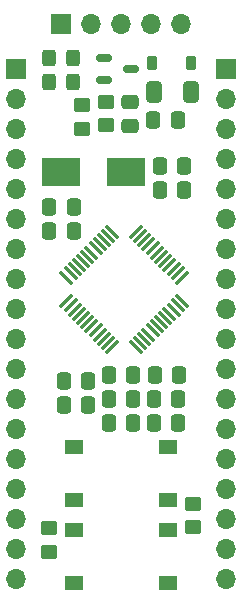
<source format=gbr>
%TF.GenerationSoftware,KiCad,Pcbnew,8.0.2*%
%TF.CreationDate,2024-07-28T15:43:25-06:00*%
%TF.ProjectId,stm32_devboard,73746d33-325f-4646-9576-626f6172642e,rev?*%
%TF.SameCoordinates,Original*%
%TF.FileFunction,Soldermask,Top*%
%TF.FilePolarity,Negative*%
%FSLAX46Y46*%
G04 Gerber Fmt 4.6, Leading zero omitted, Abs format (unit mm)*
G04 Created by KiCad (PCBNEW 8.0.2) date 2024-07-28 15:43:25*
%MOMM*%
%LPD*%
G01*
G04 APERTURE LIST*
G04 Aperture macros list*
%AMRoundRect*
0 Rectangle with rounded corners*
0 $1 Rounding radius*
0 $2 $3 $4 $5 $6 $7 $8 $9 X,Y pos of 4 corners*
0 Add a 4 corners polygon primitive as box body*
4,1,4,$2,$3,$4,$5,$6,$7,$8,$9,$2,$3,0*
0 Add four circle primitives for the rounded corners*
1,1,$1+$1,$2,$3*
1,1,$1+$1,$4,$5*
1,1,$1+$1,$6,$7*
1,1,$1+$1,$8,$9*
0 Add four rect primitives between the rounded corners*
20,1,$1+$1,$2,$3,$4,$5,0*
20,1,$1+$1,$4,$5,$6,$7,0*
20,1,$1+$1,$6,$7,$8,$9,0*
20,1,$1+$1,$8,$9,$2,$3,0*%
G04 Aperture macros list end*
%ADD10R,1.700000X1.700000*%
%ADD11O,1.700000X1.700000*%
%ADD12R,3.325000X2.400000*%
%ADD13R,1.550000X1.300000*%
%ADD14RoundRect,0.250000X-0.412500X-0.650000X0.412500X-0.650000X0.412500X0.650000X-0.412500X0.650000X0*%
%ADD15RoundRect,0.250000X-0.337500X-0.475000X0.337500X-0.475000X0.337500X0.475000X-0.337500X0.475000X0*%
%ADD16RoundRect,0.075000X-0.521491X0.415425X0.415425X-0.521491X0.521491X-0.415425X-0.415425X0.521491X0*%
%ADD17RoundRect,0.075000X-0.521491X-0.415425X-0.415425X-0.521491X0.521491X0.415425X0.415425X0.521491X0*%
%ADD18RoundRect,0.250000X-0.325000X-0.450000X0.325000X-0.450000X0.325000X0.450000X-0.325000X0.450000X0*%
%ADD19RoundRect,0.250000X0.337500X0.475000X-0.337500X0.475000X-0.337500X-0.475000X0.337500X-0.475000X0*%
%ADD20RoundRect,0.250000X0.450000X-0.350000X0.450000X0.350000X-0.450000X0.350000X-0.450000X-0.350000X0*%
%ADD21RoundRect,0.150000X-0.512500X-0.150000X0.512500X-0.150000X0.512500X0.150000X-0.512500X0.150000X0*%
%ADD22RoundRect,0.250000X-0.450000X0.350000X-0.450000X-0.350000X0.450000X-0.350000X0.450000X0.350000X0*%
%ADD23RoundRect,0.250000X-0.475000X0.337500X-0.475000X-0.337500X0.475000X-0.337500X0.475000X0.337500X0*%
%ADD24RoundRect,0.225000X-0.225000X-0.375000X0.225000X-0.375000X0.225000X0.375000X-0.225000X0.375000X0*%
G04 APERTURE END LIST*
D10*
%TO.C,Prog1*%
X135890000Y-73660000D03*
D11*
X138430000Y-73660000D03*
X140970000Y-73660000D03*
X143510000Y-73660000D03*
X146050000Y-73660000D03*
%TD*%
D12*
%TO.C,Y1*%
X141415000Y-86233000D03*
X135890000Y-86233000D03*
%TD*%
D13*
%TO.C,SW1*%
X144945000Y-114010000D03*
X136995000Y-114010000D03*
X144945000Y-109510000D03*
X136995000Y-109510000D03*
%TD*%
D14*
%TO.C,C4*%
X143810500Y-79460000D03*
X146935500Y-79460000D03*
%TD*%
D15*
%TO.C,C9*%
X146325500Y-87757000D03*
X144250500Y-87757000D03*
%TD*%
D13*
%TO.C,SW2*%
X144945000Y-120995000D03*
X136995000Y-120995000D03*
X144945000Y-116495000D03*
X136995000Y-116495000D03*
%TD*%
D16*
%TO.C,U2*%
X140252657Y-91258124D03*
X139899103Y-91611678D03*
X139545550Y-91965231D03*
X139191996Y-92318785D03*
X138838443Y-92672338D03*
X138484890Y-93025891D03*
X138131336Y-93379445D03*
X137777783Y-93732998D03*
X137424230Y-94086551D03*
X137070676Y-94440105D03*
X136717123Y-94793658D03*
X136363569Y-95147212D03*
D17*
X136363569Y-97144788D03*
X136717123Y-97498342D03*
X137070676Y-97851895D03*
X137424230Y-98205449D03*
X137777783Y-98559002D03*
X138131336Y-98912555D03*
X138484890Y-99266109D03*
X138838443Y-99619662D03*
X139191996Y-99973215D03*
X139545550Y-100326769D03*
X139899103Y-100680322D03*
X140252657Y-101033876D03*
D16*
X142250233Y-101033876D03*
X142603787Y-100680322D03*
X142957340Y-100326769D03*
X143310894Y-99973215D03*
X143664447Y-99619662D03*
X144018000Y-99266109D03*
X144371554Y-98912555D03*
X144725107Y-98559002D03*
X145078660Y-98205449D03*
X145432214Y-97851895D03*
X145785767Y-97498342D03*
X146139321Y-97144788D03*
D17*
X146139321Y-95147212D03*
X145785767Y-94793658D03*
X145432214Y-94440105D03*
X145078660Y-94086551D03*
X144725107Y-93732998D03*
X144371554Y-93379445D03*
X144018000Y-93025891D03*
X143664447Y-92672338D03*
X143310894Y-92318785D03*
X142957340Y-91965231D03*
X142603787Y-91611678D03*
X142250233Y-91258124D03*
%TD*%
D18*
%TO.C,D3*%
X134865000Y-78613000D03*
X136915000Y-78613000D03*
%TD*%
D15*
%TO.C,C11*%
X143742500Y-105410000D03*
X145817500Y-105410000D03*
%TD*%
D18*
%TO.C,D2*%
X134874000Y-76581000D03*
X136924000Y-76581000D03*
%TD*%
D15*
%TO.C,C10*%
X146347000Y-85725000D03*
X144272000Y-85725000D03*
%TD*%
D19*
%TO.C,C13*%
X145817500Y-107442000D03*
X143742500Y-107442000D03*
%TD*%
D20*
%TO.C,R3*%
X147066000Y-116300000D03*
X147066000Y-114300000D03*
%TD*%
D15*
%TO.C,C5*%
X143735500Y-81788000D03*
X145810500Y-81788000D03*
%TD*%
D10*
%TO.C,GPIO1*%
X149860000Y-77470000D03*
D11*
X149860000Y-80010000D03*
X149860000Y-82550000D03*
X149860000Y-85090000D03*
X149860000Y-87630000D03*
X149860000Y-90170000D03*
X149860000Y-92710000D03*
X149860000Y-95250000D03*
X149860000Y-97790000D03*
X149860000Y-100330000D03*
X149860000Y-102870000D03*
X149860000Y-105410000D03*
X149860000Y-107950000D03*
X149860000Y-110490000D03*
X149860000Y-113030000D03*
X149860000Y-115570000D03*
X149860000Y-118110000D03*
X149860000Y-120650000D03*
%TD*%
D21*
%TO.C,U1*%
X139542000Y-76520000D03*
X139542000Y-78420000D03*
X141817000Y-77470000D03*
%TD*%
D19*
%TO.C,C8*%
X136147900Y-105968800D03*
X138222900Y-105968800D03*
%TD*%
D15*
%TO.C,C7*%
X139932500Y-105410000D03*
X142007500Y-105410000D03*
%TD*%
D22*
%TO.C,R4*%
X139700000Y-80250000D03*
X139700000Y-82250000D03*
%TD*%
D23*
%TO.C,C6*%
X141732000Y-80242500D03*
X141732000Y-82317500D03*
%TD*%
D19*
%TO.C,C1*%
X134905500Y-89154000D03*
X136980500Y-89154000D03*
%TD*%
D24*
%TO.C,D1*%
X143638000Y-76962000D03*
X146938000Y-76962000D03*
%TD*%
D20*
%TO.C,R1*%
X137668000Y-82534000D03*
X137668000Y-80534000D03*
%TD*%
D15*
%TO.C,C15*%
X139932500Y-103378000D03*
X142007500Y-103378000D03*
%TD*%
D19*
%TO.C,C3*%
X134905500Y-91186000D03*
X136980500Y-91186000D03*
%TD*%
%TO.C,C12*%
X136126400Y-103936800D03*
X138201400Y-103936800D03*
%TD*%
D22*
%TO.C,R2*%
X134874000Y-116364000D03*
X134874000Y-118364000D03*
%TD*%
D15*
%TO.C,C2*%
X139932500Y-107442000D03*
X142007500Y-107442000D03*
%TD*%
D10*
%TO.C,GPIO2*%
X132080000Y-77470000D03*
D11*
X132080000Y-80010000D03*
X132080000Y-82550000D03*
X132080000Y-85090000D03*
X132080000Y-87630000D03*
X132080000Y-90170000D03*
X132080000Y-92710000D03*
X132080000Y-95250000D03*
X132080000Y-97790000D03*
X132080000Y-100330000D03*
X132080000Y-102870000D03*
X132080000Y-105410000D03*
X132080000Y-107950000D03*
X132080000Y-110490000D03*
X132080000Y-113030000D03*
X132080000Y-115570000D03*
X132080000Y-118110000D03*
X132080000Y-120650000D03*
%TD*%
D15*
%TO.C,C14*%
X143848000Y-103378000D03*
X145923000Y-103378000D03*
%TD*%
M02*

</source>
